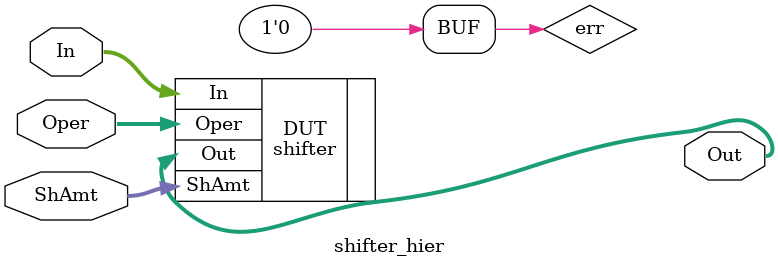
<source format=v>
/*
    CS/ECE 552 FALL '22
    Homework #2, Problem 2
    
    The wrapper module around the barrel shifter to combine it with 
    the clock and reset.
 */
module shifter_hier(In, ShAmt, Oper, Out);

    // declare constant for size of inputs, outputs, and # bits to shift
    parameter OPERAND_WIDTH  = 16;
    parameter SHAMT_WIDTH    =  4;
    parameter NUM_OPERATIONS =  2;   

    input  [OPERAND_WIDTH -1:0] In   ; 
    input  [SHAMT_WIDTH   -1:0] ShAmt; 
    input  [NUM_OPERATIONS-1:0] Oper ; 
    output [OPERAND_WIDTH -1:0] Out  ; 

    // Signals for clkrst module
    wire clk;
    wire rst;
    wire err;

    assign err = 1'b0;
   
    shifter #(.OPERAND_WIDTH(OPERAND_WIDTH),
              .SHAMT_WIDTH(SHAMT_WIDTH),
              .NUM_OPERATIONS(NUM_OPERATIONS)) 
            DUT (.In(In), .ShAmt(ShAmt), .Oper(Oper), .Out(Out));

    clkrst c0(.clk(clk),
              .rst(rst),
              .err(err));
   
endmodule // shifter_hier

</source>
